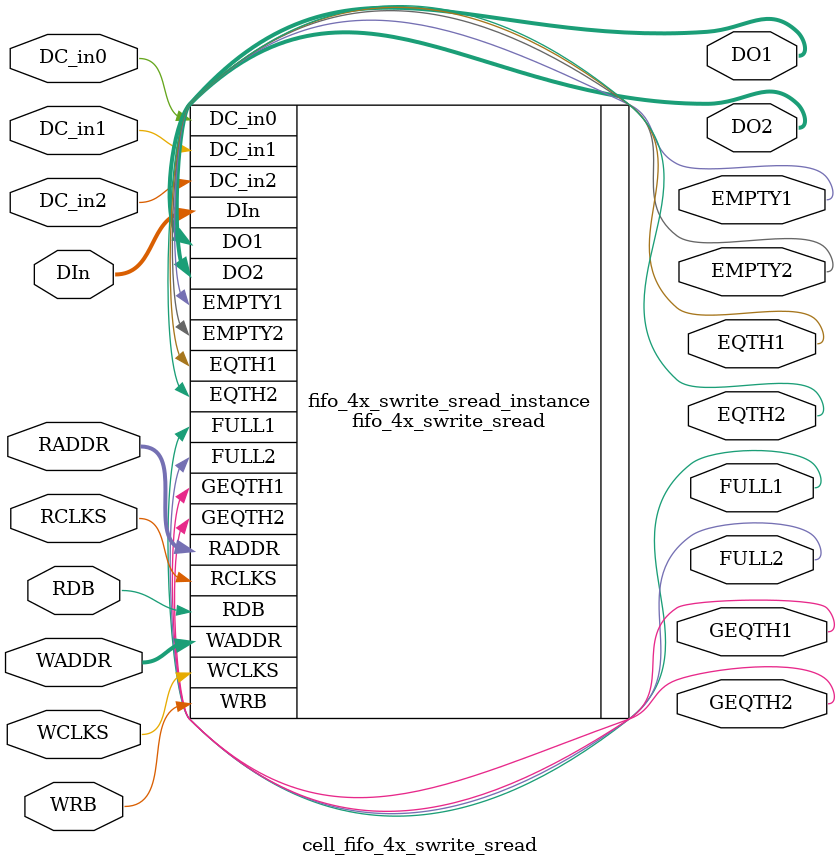
<source format=v>
module cell_fifo_4x_swrite_sread (
	DIn,
	RADDR,
	WADDR,
	RDB,
	WRB,
	RCLKS,
	WCLKS,
	DC_in0,
	DC_in1,
	DC_in2,
	DO1,
	DO2,
	FULL1,
	EMPTY1,
	EQTH1,
	GEQTH1,
	FULL2,
	EMPTY2,
	EQTH2,
	GEQTH2 );

	input [8:0] DIn;
	input [7:0] RADDR;
	input [7:0] WADDR;
	input RDB;
	input WRB;
	input RCLKS;
	input WCLKS;
	input DC_in0;
	input DC_in1;
	input DC_in2;
	output [8:0] DO1;
	output [8:0] DO2;
	output FULL1;
	output EMPTY1;
	output EQTH1;
	output GEQTH1;
	output FULL2;
	output EMPTY2;
	output EQTH2;
	output GEQTH2;

	fifo_4x_swrite_sread fifo_4x_swrite_sread_instance (
		.DIn(DIn),
		.RADDR(RADDR),
		.WADDR(WADDR),
		.RDB(RDB),
		.WRB(WRB),
		.RCLKS(RCLKS),
		.WCLKS(WCLKS),
		.DC_in0(DC_in0),
		.DC_in1(DC_in1),
		.DC_in2(DC_in2),
		.DO1(DO1),
		.DO2(DO2),
		.FULL1(FULL1),
		.EMPTY1(EMPTY1),
		.EQTH1(EQTH1),
		.GEQTH1(GEQTH1),
		.FULL2(FULL2),
		.EMPTY2(EMPTY2),
		.EQTH2(EQTH2),
		.GEQTH2(GEQTH2)
	);

endmodule

</source>
